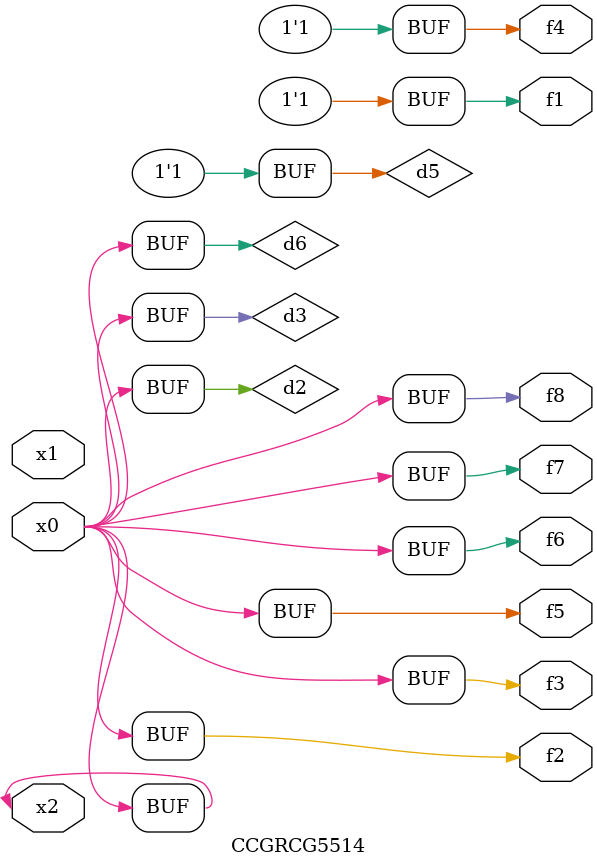
<source format=v>
module CCGRCG5514(
	input x0, x1, x2,
	output f1, f2, f3, f4, f5, f6, f7, f8
);

	wire d1, d2, d3, d4, d5, d6;

	xnor (d1, x2);
	buf (d2, x0, x2);
	and (d3, x0);
	xnor (d4, x1, x2);
	nand (d5, d1, d3);
	buf (d6, d2, d3);
	assign f1 = d5;
	assign f2 = d6;
	assign f3 = d6;
	assign f4 = d5;
	assign f5 = d6;
	assign f6 = d6;
	assign f7 = d6;
	assign f8 = d6;
endmodule

</source>
